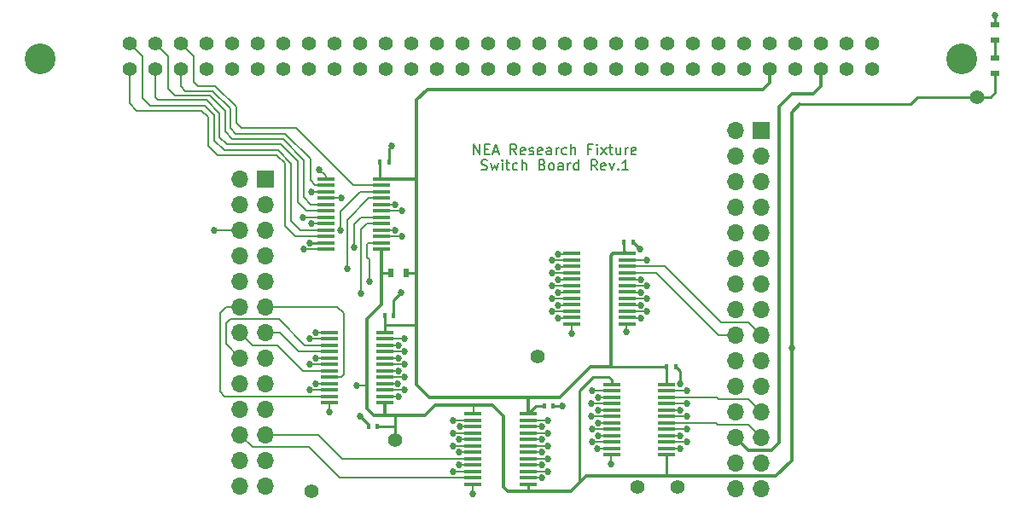
<source format=gtl>
G04 #@! TF.FileFunction,Copper,L1,Top,Signal*
%FSLAX46Y46*%
G04 Gerber Fmt 4.6, Leading zero omitted, Abs format (unit mm)*
G04 Created by KiCad (PCBNEW 4.0.1-stable) date 2/9/2017 10:22:45 PM*
%MOMM*%
G01*
G04 APERTURE LIST*
%ADD10C,0.100000*%
%ADD11C,0.127000*%
%ADD12R,1.651000X0.381000*%
%ADD13C,1.397000*%
%ADD14C,3.048000*%
%ADD15R,0.400000X0.600000*%
%ADD16R,1.700000X1.700000*%
%ADD17O,1.700000X1.700000*%
%ADD18R,0.900000X0.500000*%
%ADD19R,0.500000X0.900000*%
%ADD20C,0.685800*%
%ADD21C,0.254000*%
%ADD22C,0.203200*%
%ADD23C,0.304800*%
G04 APERTURE END LIST*
D10*
D11*
X-2633281Y15199481D02*
X-2633281Y16215481D01*
X-2051909Y15199481D01*
X-2051909Y16215481D01*
X-1567433Y15731671D02*
X-1228300Y15731671D01*
X-1082957Y15199481D02*
X-1567433Y15199481D01*
X-1567433Y16215481D01*
X-1082957Y16215481D01*
X-695376Y15489767D02*
X-210899Y15489767D01*
X-792271Y15199481D02*
X-453137Y16215481D01*
X-114004Y15199481D01*
X1581663Y15199481D02*
X1242529Y15683290D01*
X1000291Y15199481D02*
X1000291Y16215481D01*
X1387872Y16215481D01*
X1484767Y16167100D01*
X1533215Y16118719D01*
X1581663Y16021957D01*
X1581663Y15876814D01*
X1533215Y15780052D01*
X1484767Y15731671D01*
X1387872Y15683290D01*
X1000291Y15683290D01*
X2405272Y15247862D02*
X2308377Y15199481D01*
X2114586Y15199481D01*
X2017691Y15247862D01*
X1969243Y15344624D01*
X1969243Y15731671D01*
X2017691Y15828433D01*
X2114586Y15876814D01*
X2308377Y15876814D01*
X2405272Y15828433D01*
X2453720Y15731671D01*
X2453720Y15634910D01*
X1969243Y15538148D01*
X2841300Y15247862D02*
X2938196Y15199481D01*
X3131986Y15199481D01*
X3228881Y15247862D01*
X3277329Y15344624D01*
X3277329Y15393005D01*
X3228881Y15489767D01*
X3131986Y15538148D01*
X2986643Y15538148D01*
X2889748Y15586529D01*
X2841300Y15683290D01*
X2841300Y15731671D01*
X2889748Y15828433D01*
X2986643Y15876814D01*
X3131986Y15876814D01*
X3228881Y15828433D01*
X4100939Y15247862D02*
X4004044Y15199481D01*
X3810253Y15199481D01*
X3713358Y15247862D01*
X3664910Y15344624D01*
X3664910Y15731671D01*
X3713358Y15828433D01*
X3810253Y15876814D01*
X4004044Y15876814D01*
X4100939Y15828433D01*
X4149387Y15731671D01*
X4149387Y15634910D01*
X3664910Y15538148D01*
X5021444Y15199481D02*
X5021444Y15731671D01*
X4972996Y15828433D01*
X4876101Y15876814D01*
X4682310Y15876814D01*
X4585415Y15828433D01*
X5021444Y15247862D02*
X4924548Y15199481D01*
X4682310Y15199481D01*
X4585415Y15247862D01*
X4536967Y15344624D01*
X4536967Y15441386D01*
X4585415Y15538148D01*
X4682310Y15586529D01*
X4924548Y15586529D01*
X5021444Y15634910D01*
X5505920Y15199481D02*
X5505920Y15876814D01*
X5505920Y15683290D02*
X5554368Y15780052D01*
X5602815Y15828433D01*
X5699711Y15876814D01*
X5796606Y15876814D01*
X6571768Y15247862D02*
X6474872Y15199481D01*
X6281082Y15199481D01*
X6184187Y15247862D01*
X6135739Y15296243D01*
X6087291Y15393005D01*
X6087291Y15683290D01*
X6135739Y15780052D01*
X6184187Y15828433D01*
X6281082Y15876814D01*
X6474872Y15876814D01*
X6571768Y15828433D01*
X7007796Y15199481D02*
X7007796Y16215481D01*
X7443825Y15199481D02*
X7443825Y15731671D01*
X7395377Y15828433D01*
X7298482Y15876814D01*
X7153139Y15876814D01*
X7056244Y15828433D01*
X7007796Y15780052D01*
X9042596Y15731671D02*
X8703463Y15731671D01*
X8703463Y15199481D02*
X8703463Y16215481D01*
X9187939Y16215481D01*
X9575520Y15199481D02*
X9575520Y15876814D01*
X9575520Y16215481D02*
X9527072Y16167100D01*
X9575520Y16118719D01*
X9623968Y16167100D01*
X9575520Y16215481D01*
X9575520Y16118719D01*
X9963101Y15199481D02*
X10496025Y15876814D01*
X9963101Y15876814D02*
X10496025Y15199481D01*
X10738263Y15876814D02*
X11125844Y15876814D01*
X10883606Y16215481D02*
X10883606Y15344624D01*
X10932054Y15247862D01*
X11028949Y15199481D01*
X11125844Y15199481D01*
X11901006Y15876814D02*
X11901006Y15199481D01*
X11464977Y15876814D02*
X11464977Y15344624D01*
X11513425Y15247862D01*
X11610320Y15199481D01*
X11755663Y15199481D01*
X11852558Y15247862D01*
X11901006Y15296243D01*
X12385482Y15199481D02*
X12385482Y15876814D01*
X12385482Y15683290D02*
X12433930Y15780052D01*
X12482377Y15828433D01*
X12579273Y15876814D01*
X12676168Y15876814D01*
X13402882Y15247862D02*
X13305987Y15199481D01*
X13112196Y15199481D01*
X13015301Y15247862D01*
X12966853Y15344624D01*
X12966853Y15731671D01*
X13015301Y15828433D01*
X13112196Y15876814D01*
X13305987Y15876814D01*
X13402882Y15828433D01*
X13451330Y15731671D01*
X13451330Y15634910D01*
X12966853Y15538148D01*
X-1906567Y13698462D02*
X-1761224Y13650081D01*
X-1518986Y13650081D01*
X-1422090Y13698462D01*
X-1373643Y13746843D01*
X-1325195Y13843605D01*
X-1325195Y13940367D01*
X-1373643Y14037129D01*
X-1422090Y14085510D01*
X-1518986Y14133890D01*
X-1712776Y14182271D01*
X-1809671Y14230652D01*
X-1858119Y14279033D01*
X-1906567Y14375795D01*
X-1906567Y14472557D01*
X-1858119Y14569319D01*
X-1809671Y14617700D01*
X-1712776Y14666081D01*
X-1470538Y14666081D01*
X-1325195Y14617700D01*
X-986062Y14327414D02*
X-792272Y13650081D01*
X-598481Y14133890D01*
X-404691Y13650081D01*
X-210900Y14327414D01*
X176681Y13650081D02*
X176681Y14327414D01*
X176681Y14666081D02*
X128233Y14617700D01*
X176681Y14569319D01*
X225129Y14617700D01*
X176681Y14666081D01*
X176681Y14569319D01*
X515814Y14327414D02*
X903395Y14327414D01*
X661157Y14666081D02*
X661157Y13795224D01*
X709605Y13698462D01*
X806500Y13650081D01*
X903395Y13650081D01*
X1678557Y13698462D02*
X1581661Y13650081D01*
X1387871Y13650081D01*
X1290976Y13698462D01*
X1242528Y13746843D01*
X1194080Y13843605D01*
X1194080Y14133890D01*
X1242528Y14230652D01*
X1290976Y14279033D01*
X1387871Y14327414D01*
X1581661Y14327414D01*
X1678557Y14279033D01*
X2114585Y13650081D02*
X2114585Y14666081D01*
X2550614Y13650081D02*
X2550614Y14182271D01*
X2502166Y14279033D01*
X2405271Y14327414D01*
X2259928Y14327414D01*
X2163033Y14279033D01*
X2114585Y14230652D01*
X4149385Y14182271D02*
X4294728Y14133890D01*
X4343176Y14085510D01*
X4391624Y13988748D01*
X4391624Y13843605D01*
X4343176Y13746843D01*
X4294728Y13698462D01*
X4197833Y13650081D01*
X3810252Y13650081D01*
X3810252Y14666081D01*
X4149385Y14666081D01*
X4246281Y14617700D01*
X4294728Y14569319D01*
X4343176Y14472557D01*
X4343176Y14375795D01*
X4294728Y14279033D01*
X4246281Y14230652D01*
X4149385Y14182271D01*
X3810252Y14182271D01*
X4972995Y13650081D02*
X4876100Y13698462D01*
X4827652Y13746843D01*
X4779204Y13843605D01*
X4779204Y14133890D01*
X4827652Y14230652D01*
X4876100Y14279033D01*
X4972995Y14327414D01*
X5118338Y14327414D01*
X5215233Y14279033D01*
X5263681Y14230652D01*
X5312128Y14133890D01*
X5312128Y13843605D01*
X5263681Y13746843D01*
X5215233Y13698462D01*
X5118338Y13650081D01*
X4972995Y13650081D01*
X6184186Y13650081D02*
X6184186Y14182271D01*
X6135738Y14279033D01*
X6038843Y14327414D01*
X5845052Y14327414D01*
X5748157Y14279033D01*
X6184186Y13698462D02*
X6087290Y13650081D01*
X5845052Y13650081D01*
X5748157Y13698462D01*
X5699709Y13795224D01*
X5699709Y13891986D01*
X5748157Y13988748D01*
X5845052Y14037129D01*
X6087290Y14037129D01*
X6184186Y14085510D01*
X6668662Y13650081D02*
X6668662Y14327414D01*
X6668662Y14133890D02*
X6717110Y14230652D01*
X6765557Y14279033D01*
X6862453Y14327414D01*
X6959348Y14327414D01*
X7734510Y13650081D02*
X7734510Y14666081D01*
X7734510Y13698462D02*
X7637614Y13650081D01*
X7443824Y13650081D01*
X7346929Y13698462D01*
X7298481Y13746843D01*
X7250033Y13843605D01*
X7250033Y14133890D01*
X7298481Y14230652D01*
X7346929Y14279033D01*
X7443824Y14327414D01*
X7637614Y14327414D01*
X7734510Y14279033D01*
X9575520Y13650081D02*
X9236386Y14133890D01*
X8994148Y13650081D02*
X8994148Y14666081D01*
X9381729Y14666081D01*
X9478624Y14617700D01*
X9527072Y14569319D01*
X9575520Y14472557D01*
X9575520Y14327414D01*
X9527072Y14230652D01*
X9478624Y14182271D01*
X9381729Y14133890D01*
X8994148Y14133890D01*
X10399129Y13698462D02*
X10302234Y13650081D01*
X10108443Y13650081D01*
X10011548Y13698462D01*
X9963100Y13795224D01*
X9963100Y14182271D01*
X10011548Y14279033D01*
X10108443Y14327414D01*
X10302234Y14327414D01*
X10399129Y14279033D01*
X10447577Y14182271D01*
X10447577Y14085510D01*
X9963100Y13988748D01*
X10786710Y14327414D02*
X11028948Y13650081D01*
X11271186Y14327414D01*
X11658767Y13746843D02*
X11707215Y13698462D01*
X11658767Y13650081D01*
X11610319Y13698462D01*
X11658767Y13746843D01*
X11658767Y13650081D01*
X12676167Y13650081D02*
X12094795Y13650081D01*
X12385481Y13650081D02*
X12385481Y14666081D01*
X12288586Y14520938D01*
X12191691Y14424176D01*
X12094795Y14375795D01*
D12*
X-17297400Y12801600D03*
X-17297400Y12166600D03*
X-17297400Y11531600D03*
X-17297400Y10896600D03*
X-17297400Y10261600D03*
X-17297400Y9626600D03*
X-17297400Y8991600D03*
X-17297400Y8356600D03*
X-17297400Y7721600D03*
X-17297400Y7086600D03*
X-17297400Y6451600D03*
X-17297400Y5816600D03*
X-11836400Y5816600D03*
X-11836400Y6451600D03*
X-11836400Y7086600D03*
X-11836400Y7721600D03*
X-11836400Y8356600D03*
X-11836400Y8991600D03*
X-11836400Y9626600D03*
X-11836400Y10261600D03*
X-11836400Y10896600D03*
X-11836400Y11531600D03*
X-11836400Y12166600D03*
X-11836400Y12801600D03*
D13*
X-36830000Y23704600D03*
X-36830000Y26244600D03*
X-34290000Y23704600D03*
X-34290000Y26244600D03*
X-31750000Y23704600D03*
X-31750000Y26244600D03*
X-29210000Y23704600D03*
X-29210000Y26244600D03*
X-26670000Y23704600D03*
X-26670000Y26244600D03*
X-24130000Y23704600D03*
X-24130000Y26244600D03*
X-21590000Y23704600D03*
X-21590000Y26244600D03*
X-19050000Y23704600D03*
X-19050000Y26244600D03*
X-16510000Y23704600D03*
X-16510000Y26244600D03*
X-13970000Y23704600D03*
X-13970000Y26244600D03*
X-11430000Y23704600D03*
X-11430000Y26244600D03*
X-8890000Y23704600D03*
X-8890000Y26244600D03*
X-6350000Y23704600D03*
X-6350000Y26244600D03*
X-3810000Y23704600D03*
X-3810000Y26244600D03*
X-1270000Y23704600D03*
X-1270000Y26244600D03*
X1270000Y23704600D03*
X1270000Y26244600D03*
X3810000Y23704600D03*
X3810000Y26244600D03*
X6350000Y23704600D03*
X6350000Y26244600D03*
X8890000Y23704600D03*
X8890000Y26244600D03*
X11430000Y23704600D03*
X11430000Y26244600D03*
X13970000Y23704600D03*
X13970000Y26244600D03*
X16510000Y23704600D03*
X16510000Y26244600D03*
X19050000Y23704600D03*
X19050000Y26244600D03*
X21590000Y23704600D03*
X21590000Y26244600D03*
X24130000Y23704600D03*
X24130000Y26244600D03*
X26670000Y23704600D03*
X26670000Y26244600D03*
X29210000Y23704600D03*
X29210000Y26244600D03*
X31750000Y23704600D03*
X31750000Y26244600D03*
X34290000Y23704600D03*
X34290000Y26244600D03*
X36830000Y23704600D03*
X36830000Y26244600D03*
D14*
X45720000Y24720600D03*
X-45720000Y24720600D03*
D12*
X-16982440Y-2448560D03*
X-16982440Y-3083560D03*
X-16982440Y-3718560D03*
X-16982440Y-4353560D03*
X-16982440Y-4988560D03*
X-16982440Y-5623560D03*
X-16982440Y-6258560D03*
X-16982440Y-6893560D03*
X-16982440Y-7528560D03*
X-16982440Y-8163560D03*
X-16982440Y-8798560D03*
X-16982440Y-9433560D03*
X-11521440Y-9433560D03*
X-11521440Y-8798560D03*
X-11521440Y-8163560D03*
X-11521440Y-7528560D03*
X-11521440Y-6893560D03*
X-11521440Y-6258560D03*
X-11521440Y-5623560D03*
X-11521440Y-4988560D03*
X-11521440Y-4353560D03*
X-11521440Y-3718560D03*
X-11521440Y-3083560D03*
X-11521440Y-2448560D03*
X-2743200Y-10530840D03*
X-2743200Y-11165840D03*
X-2743200Y-11800840D03*
X-2743200Y-12435840D03*
X-2743200Y-13070840D03*
X-2743200Y-13705840D03*
X-2743200Y-14340840D03*
X-2743200Y-14975840D03*
X-2743200Y-15610840D03*
X-2743200Y-16245840D03*
X-2743200Y-16880840D03*
X-2743200Y-17515840D03*
X2717800Y-17515840D03*
X2717800Y-16880840D03*
X2717800Y-16245840D03*
X2717800Y-15610840D03*
X2717800Y-14975840D03*
X2717800Y-14340840D03*
X2717800Y-13705840D03*
X2717800Y-13070840D03*
X2717800Y-12435840D03*
X2717800Y-11800840D03*
X2717800Y-11165840D03*
X2717800Y-10530840D03*
X7071360Y5354320D03*
X7071360Y4719320D03*
X7071360Y4084320D03*
X7071360Y3449320D03*
X7071360Y2814320D03*
X7071360Y2179320D03*
X7071360Y1544320D03*
X7071360Y909320D03*
X7071360Y274320D03*
X7071360Y-360680D03*
X7071360Y-995680D03*
X7071360Y-1630680D03*
X12532360Y-1630680D03*
X12532360Y-995680D03*
X12532360Y-360680D03*
X12532360Y274320D03*
X12532360Y909320D03*
X12532360Y1544320D03*
X12532360Y2179320D03*
X12532360Y2814320D03*
X12532360Y3449320D03*
X12532360Y4084320D03*
X12532360Y4719320D03*
X12532360Y5354320D03*
X11008360Y-7630160D03*
X11008360Y-8265160D03*
X11008360Y-8900160D03*
X11008360Y-9535160D03*
X11008360Y-10170160D03*
X11008360Y-10805160D03*
X11008360Y-11440160D03*
X11008360Y-12075160D03*
X11008360Y-12710160D03*
X11008360Y-13345160D03*
X11008360Y-13980160D03*
X11008360Y-14615160D03*
X16469360Y-14615160D03*
X16469360Y-13980160D03*
X16469360Y-13345160D03*
X16469360Y-12710160D03*
X16469360Y-12075160D03*
X16469360Y-11440160D03*
X16469360Y-10805160D03*
X16469360Y-10170160D03*
X16469360Y-9535160D03*
X16469360Y-8900160D03*
X16469360Y-8265160D03*
X16469360Y-7630160D03*
D15*
X-11981600Y14452600D03*
X-11081600Y14452600D03*
X-11499000Y-787400D03*
X-10599000Y-787400D03*
X4325200Y-9753600D03*
X5225200Y-9753600D03*
X12224600Y6502400D03*
X13124600Y6502400D03*
X16466400Y-5842000D03*
X17366400Y-5842000D03*
D16*
X25875000Y17600000D03*
D17*
X23335000Y17600000D03*
X25875000Y15060000D03*
X23335000Y15060000D03*
X25875000Y12520000D03*
X23335000Y12520000D03*
X25875000Y9980000D03*
X23335000Y9980000D03*
X25875000Y7440000D03*
X23335000Y7440000D03*
X25875000Y4900000D03*
X23335000Y4900000D03*
X25875000Y2360000D03*
X23335000Y2360000D03*
X25875000Y-180000D03*
X23335000Y-180000D03*
X25875000Y-2720000D03*
X23335000Y-2720000D03*
X25875000Y-5260000D03*
X23335000Y-5260000D03*
X25875000Y-7800000D03*
X23335000Y-7800000D03*
X25875000Y-10340000D03*
X23335000Y-10340000D03*
X25875000Y-12880000D03*
X23335000Y-12880000D03*
X25875000Y-15420000D03*
X23335000Y-15420000D03*
X25875000Y-17960000D03*
X23335000Y-17960000D03*
D16*
X-23325000Y12800000D03*
D17*
X-25865000Y12800000D03*
X-23325000Y10260000D03*
X-25865000Y10260000D03*
X-23325000Y7720000D03*
X-25865000Y7720000D03*
X-23325000Y5180000D03*
X-25865000Y5180000D03*
X-23325000Y2640000D03*
X-25865000Y2640000D03*
X-23325000Y100000D03*
X-25865000Y100000D03*
X-23325000Y-2440000D03*
X-25865000Y-2440000D03*
X-23325000Y-4980000D03*
X-25865000Y-4980000D03*
X-23325000Y-7520000D03*
X-25865000Y-7520000D03*
X-23325000Y-10060000D03*
X-25865000Y-10060000D03*
X-23325000Y-12600000D03*
X-25865000Y-12600000D03*
X-23325000Y-15140000D03*
X-25865000Y-15140000D03*
X-23325000Y-17680000D03*
X-25865000Y-17680000D03*
D15*
X-12199200Y-11785600D03*
X-13099200Y-11785600D03*
D13*
X13589000Y-17805400D03*
X17526000Y-17780000D03*
X-10490200Y-13131800D03*
X-18796000Y-18186400D03*
X3708400Y-4826000D03*
X47294800Y20929600D03*
D18*
X49072800Y24778400D03*
X49072800Y23278400D03*
D19*
X-9359200Y3454400D03*
X-10859200Y3454400D03*
D18*
X49072800Y28080400D03*
X49072800Y26580400D03*
D20*
X-18897600Y6451600D03*
X-18796000Y8356600D03*
X-19583400Y8991600D03*
X-15798800Y10896600D03*
X-18745200Y11531600D03*
X-28371800Y7721600D03*
X-15900400Y7721600D03*
X18455640Y-9540240D03*
X-13919200Y-10769600D03*
X17830800Y-7594600D03*
X13868400Y5791200D03*
X6121400Y-9753600D03*
X-9855200Y1473200D03*
X-10795000Y16103600D03*
X7051040Y-2575560D03*
X10993120Y-15549880D03*
X-2763520Y-18445480D03*
X-19502120Y5821680D03*
X-17002760Y-10358120D03*
X-15240000Y3911600D03*
X-14554200Y5994400D03*
X-13843000Y1397000D03*
X-13030200Y2641600D03*
X-10129520Y-3713480D03*
X-9540240Y-4348480D03*
X-10144760Y-6253480D03*
X-9540240Y-6888480D03*
X-10165080Y-8798560D03*
X-4104640Y-14330680D03*
X-4709160Y-12440920D03*
X-4069080Y-11800840D03*
X4074160Y-16885920D03*
X4699000Y-14975840D03*
X4094480Y-14340840D03*
X4699000Y-12435840D03*
X4109720Y-11800840D03*
X5694680Y-1010920D03*
X5120640Y899160D03*
X5709920Y1539240D03*
X5105400Y3429000D03*
X5745480Y4069080D03*
X13888720Y-1016000D03*
X14513560Y894080D03*
X13909040Y1529080D03*
X9687560Y-8905240D03*
X9047480Y-9545320D03*
X9652000Y-11435080D03*
X9062720Y-12075160D03*
X9636760Y-13985240D03*
X18455640Y-12080240D03*
X17830800Y-13990320D03*
X-10505440Y10261600D03*
X-9809480Y9621520D03*
X-10444480Y7721600D03*
X-9779000Y7086600D03*
X-18933160Y-8158480D03*
X-18338800Y-7518400D03*
X-18968720Y-5618480D03*
X-18343880Y-4988560D03*
X-18928080Y-3078480D03*
X-9540240Y-3083560D03*
X-10165080Y-4978400D03*
X-9519920Y-5618480D03*
X-10175240Y-7518400D03*
X-9530080Y-8158480D03*
X-4693920Y-16245840D03*
X-4099560Y-15605760D03*
X-4729480Y-13705840D03*
X-4104640Y-13075920D03*
X-4688840Y-11165840D03*
X4709160Y-16245840D03*
X4064000Y-15605760D03*
X4719320Y-13705840D03*
X4074160Y-13065760D03*
X4699000Y-11170920D03*
X5120640Y-375920D03*
X5715000Y264160D03*
X5085080Y2164080D03*
X5709920Y2794000D03*
X5125720Y4704080D03*
X14523720Y-375920D03*
X13878560Y264160D03*
X14533880Y2164080D03*
X13888720Y2804160D03*
X14513560Y4699000D03*
X9067800Y-8270240D03*
X9652000Y-10180320D03*
X9027160Y-10810240D03*
X9657080Y-12710160D03*
X9062720Y-13350240D03*
X18455640Y-8275320D03*
X17830800Y-10170160D03*
X18475960Y-10810240D03*
X17820640Y-12710160D03*
X18465800Y-13350240D03*
X49072800Y28981400D03*
X5740400Y5339080D03*
X-14310360Y-7691120D03*
X-18313400Y-2443480D03*
X-17957800Y13726160D03*
X12512040Y-2367280D03*
X28874720Y-3992880D03*
D21*
X-17297400Y6451600D02*
X-18897600Y6451600D01*
D22*
X-18796000Y8356600D02*
X-17297400Y8356600D01*
X-19583400Y8991600D02*
X-17297400Y8991600D01*
X-15798800Y10896600D02*
X-17297400Y10896600D01*
X-25865000Y7720000D02*
X-28370200Y7720000D01*
X-18745200Y11531600D02*
X-17297400Y11531600D01*
X-28370200Y7720000D02*
X-28371800Y7721600D01*
X-11836400Y11531600D02*
X-13919200Y11531600D01*
X-15900400Y9550400D02*
X-15900400Y7721600D01*
X-13919200Y11531600D02*
X-15900400Y9550400D01*
X18455640Y-9540240D02*
X16459200Y-9540240D01*
D21*
X-13099200Y-11785600D02*
X-13099200Y-11589600D01*
X-13099200Y-11589600D02*
X-13919200Y-10769600D01*
X17366400Y-5842000D02*
X17830800Y-6306400D01*
X17830800Y-6306400D02*
X17830800Y-7594600D01*
X13124600Y6502400D02*
X13157200Y6502400D01*
X13157200Y6502400D02*
X13868400Y5791200D01*
X5225200Y-9753600D02*
X6121400Y-9753600D01*
X-10599000Y-787400D02*
X-10599000Y729400D01*
X-10599000Y729400D02*
X-9855200Y1473200D01*
X-11081600Y14452600D02*
X-11081600Y15817000D01*
X-11081600Y15817000D02*
X-10795000Y16103600D01*
D22*
X-19497040Y5816600D02*
X-19502120Y5821680D01*
X-17297400Y5816600D02*
X-19497040Y5816600D01*
X10998200Y-14620240D02*
X10998200Y-15544800D01*
X7056120Y-1645920D02*
X7056120Y-2570480D01*
X-16997680Y-9428480D02*
X-16997680Y-10353040D01*
X-2758440Y-17515840D02*
X-2758440Y-18440400D01*
X25875000Y-12880000D02*
X24587560Y-11592560D01*
X21376640Y-11440160D02*
X16469360Y-11440160D01*
X21529040Y-11592560D02*
X21376640Y-11440160D01*
X24587560Y-11592560D02*
X21529040Y-11592560D01*
X-15240000Y3911600D02*
X-15240000Y8737600D01*
X-13081000Y10896600D02*
X-15240000Y8737600D01*
X-13081000Y10896600D02*
X-11836400Y10896600D01*
X-11836400Y8991600D02*
X-13817600Y8991600D01*
X-14554200Y8255000D02*
X-14554200Y5994400D01*
X-13817600Y8991600D02*
X-14554200Y8255000D01*
X-11836400Y8356600D02*
X-13284200Y8356600D01*
X-13843000Y7797800D02*
X-13843000Y1397000D01*
X-13284200Y8356600D02*
X-13843000Y7797800D01*
X-11836400Y6451600D02*
X-13081000Y6451600D01*
X-13030200Y4775200D02*
X-13030200Y2641600D01*
X-13233400Y4978400D02*
X-13030200Y4775200D01*
X-13233400Y6299200D02*
X-13233400Y4978400D01*
X-13081000Y6451600D02*
X-13233400Y6299200D01*
X-16982440Y-8798560D02*
X-27365960Y-8798560D01*
X-27215160Y100000D02*
X-25865000Y100000D01*
X-27823160Y-508000D02*
X-27215160Y100000D01*
X-27823160Y-8341360D02*
X-27823160Y-508000D01*
X-27365960Y-8798560D02*
X-27823160Y-8341360D01*
X-23325000Y100000D02*
X-16198520Y100000D01*
X-15778480Y-6893560D02*
X-16982440Y-6893560D01*
X-15524480Y-6639560D02*
X-15778480Y-6893560D01*
X-15524480Y-574040D02*
X-15524480Y-6639560D01*
X-16198520Y100000D02*
X-15524480Y-574040D01*
X-25865000Y-2440000D02*
X-24581360Y-3723640D01*
X-19573240Y-6258560D02*
X-16982440Y-6258560D01*
X-22108160Y-3723640D02*
X-19573240Y-6258560D01*
X-24581360Y-3723640D02*
X-22108160Y-3723640D01*
X-23325000Y-2440000D02*
X-21913520Y-2440000D01*
X-19999960Y-4353560D02*
X-16982440Y-4353560D01*
X-21913520Y-2440000D02*
X-19999960Y-4353560D01*
X-25865000Y-4980000D02*
X-27269440Y-3575560D01*
X-19441160Y-3718560D02*
X-16982440Y-3718560D01*
X-22001480Y-1158240D02*
X-19441160Y-3718560D01*
X-26842720Y-1158240D02*
X-22001480Y-1158240D01*
X-27269440Y-1584960D02*
X-26842720Y-1158240D01*
X-27269440Y-3575560D02*
X-27269440Y-1584960D01*
X-11536680Y-3713480D02*
X-10129520Y-3713480D01*
X-9540240Y-4348480D02*
X-11536680Y-4348480D01*
X-10144760Y-6253480D02*
X-11536680Y-6253480D01*
X-9540240Y-6888480D02*
X-11536680Y-6888480D01*
X-10170160Y-8793480D02*
X-11536680Y-8793480D01*
X-10170160Y-8793480D02*
X-10165080Y-8798560D01*
X-25865000Y-12600000D02*
X-24611840Y-13853160D01*
X-15956280Y-16880840D02*
X-2743200Y-16880840D01*
X-18983960Y-13853160D02*
X-15956280Y-16880840D01*
X-24611840Y-13853160D02*
X-18983960Y-13853160D01*
X-15687040Y-14975840D02*
X-2743200Y-14975840D01*
X-23325000Y-12600000D02*
X-18062880Y-12600000D01*
X-18062880Y-12600000D02*
X-15687040Y-14975840D01*
X-4094480Y-14340840D02*
X-4104640Y-14330680D01*
X-4094480Y-14340840D02*
X-2758440Y-14340840D01*
X-2758440Y-12435840D02*
X-4704080Y-12435840D01*
X-4704080Y-12435840D02*
X-4709160Y-12440920D01*
X-2758440Y-11800840D02*
X-4069080Y-11800840D01*
X4069080Y-16880840D02*
X4074160Y-16885920D01*
X4069080Y-16880840D02*
X2702560Y-16880840D01*
X4699000Y-14975840D02*
X2702560Y-14975840D01*
X4094480Y-14340840D02*
X2702560Y-14340840D01*
X2702560Y-12435840D02*
X4699000Y-12435840D01*
X2702560Y-11800840D02*
X4109720Y-11800840D01*
X7056120Y-1010920D02*
X5694680Y-1010920D01*
X7056120Y894080D02*
X5125720Y894080D01*
X5125720Y894080D02*
X5120640Y899160D01*
X7056120Y1529080D02*
X5720080Y1529080D01*
X5720080Y1529080D02*
X5709920Y1539240D01*
X5110480Y3434080D02*
X5105400Y3429000D01*
X7056120Y3434080D02*
X5110480Y3434080D01*
X7056120Y4069080D02*
X5745480Y4069080D01*
X13883640Y-1010920D02*
X13888720Y-1016000D01*
X12517120Y-1010920D02*
X13883640Y-1010920D01*
X14513560Y894080D02*
X12517120Y894080D01*
X13909040Y1529080D02*
X12517120Y1529080D01*
X23335000Y-2720000D02*
X21612520Y-2720000D01*
X21612520Y-2720000D02*
X15443200Y3449320D01*
X15443200Y3449320D02*
X12532360Y3449320D01*
X25875000Y-2720000D02*
X24618040Y-1463040D01*
X16322040Y4084320D02*
X12532360Y4084320D01*
X21869400Y-1463040D02*
X16322040Y4084320D01*
X24618040Y-1463040D02*
X21869400Y-1463040D01*
X10998200Y-8905240D02*
X9687560Y-8905240D01*
X10998200Y-9540240D02*
X9052560Y-9540240D01*
X9052560Y-9540240D02*
X9047480Y-9545320D01*
X9662160Y-11445240D02*
X9652000Y-11435080D01*
X9662160Y-11445240D02*
X10998200Y-11445240D01*
X9067800Y-12080240D02*
X9062720Y-12075160D01*
X9067800Y-12080240D02*
X10998200Y-12080240D01*
X9636760Y-13985240D02*
X10998200Y-13985240D01*
X25875000Y-10340000D02*
X24577400Y-9042400D01*
X21452840Y-8905240D02*
X16474440Y-8905240D01*
X21590000Y-9042400D02*
X21452840Y-8905240D01*
X24577400Y-9042400D02*
X21590000Y-9042400D01*
X16474440Y-8905240D02*
X16469360Y-8900160D01*
X18455640Y-12080240D02*
X16459200Y-12080240D01*
X17825720Y-13985240D02*
X17830800Y-13990320D01*
X17825720Y-13985240D02*
X16459200Y-13985240D01*
D23*
X23335000Y-12880000D02*
X24582480Y-14127480D01*
X31750000Y22026880D02*
X31750000Y23704600D01*
X30982920Y21259800D02*
X31750000Y22026880D01*
X28925520Y21259800D02*
X30982920Y21259800D01*
X27604720Y19939000D02*
X28925520Y21259800D01*
X27604720Y-13406120D02*
X27604720Y19939000D01*
X26883360Y-14127480D02*
X27604720Y-13406120D01*
X24582480Y-14127480D02*
X26883360Y-14127480D01*
D22*
X-36103560Y19568160D02*
X-36830000Y20294600D01*
X-22194520Y15133320D02*
X-28092400Y15133320D01*
X-28092400Y15133320D02*
X-29037280Y16078200D01*
X-29037280Y16078200D02*
X-29037280Y18933160D01*
X-29037280Y18933160D02*
X-29672280Y19568160D01*
X-29672280Y19568160D02*
X-36103560Y19568160D01*
X-21412200Y8128000D02*
X-21412200Y14351000D01*
X-20370800Y7086600D02*
X-21412200Y8128000D01*
X-17297400Y7086600D02*
X-20370800Y7086600D01*
X-36830000Y20294600D02*
X-36830000Y23704600D01*
X-21412200Y14351000D02*
X-22194520Y15133320D01*
X-20751800Y14325600D02*
X-22042120Y15615920D01*
X-34798000Y20066000D02*
X-35534600Y20802600D01*
X-35534600Y20802600D02*
X-35534600Y24949200D01*
X-36830000Y26244600D02*
X-35534600Y24949200D01*
X-19888200Y7721600D02*
X-17297400Y7721600D01*
X-20751800Y8585200D02*
X-20751800Y14325600D01*
X-19888200Y7721600D02*
X-20751800Y8585200D01*
X-29382720Y20066000D02*
X-34798000Y20066000D01*
X-28392120Y19075400D02*
X-29382720Y20066000D01*
X-28392120Y16576040D02*
X-28392120Y19075400D01*
X-27432000Y15615920D02*
X-28392120Y16576040D01*
X-22042120Y15615920D02*
X-27432000Y15615920D01*
X-20116800Y14554200D02*
X-21772880Y16210280D01*
X-33985200Y20599400D02*
X-34290000Y20904200D01*
X-34290000Y23704600D02*
X-34290000Y20904200D01*
X-19227800Y9626600D02*
X-17297400Y9626600D01*
X-20116800Y10515600D02*
X-20116800Y14554200D01*
X-19227800Y9626600D02*
X-20116800Y10515600D01*
X-29215080Y20599400D02*
X-33985200Y20599400D01*
X-27884120Y19268440D02*
X-29215080Y20599400D01*
X-27884120Y16921480D02*
X-27884120Y19268440D01*
X-27172920Y16210280D02*
X-27884120Y16921480D01*
X-21772880Y16210280D02*
X-27172920Y16210280D01*
X-19507200Y14655800D02*
X-21579840Y16728440D01*
X-32334200Y21031200D02*
X-33020000Y21717000D01*
X-33020000Y21717000D02*
X-33020000Y24974600D01*
X-34290000Y26244600D02*
X-33020000Y24974600D01*
X-18821400Y10261600D02*
X-17297400Y10261600D01*
X-19507200Y10947400D02*
X-19507200Y14655800D01*
X-18821400Y10261600D02*
X-19507200Y10947400D01*
X-28854400Y21031200D02*
X-32334200Y21031200D01*
X-27340560Y19517360D02*
X-28854400Y21031200D01*
X-27340560Y17470120D02*
X-27340560Y19517360D01*
X-26598880Y16728440D02*
X-27340560Y17470120D01*
X-21579840Y16728440D02*
X-26598880Y16728440D01*
X-18887440Y14798040D02*
X-21346160Y17256760D01*
X-31267400Y21513800D02*
X-31750000Y21996400D01*
X-31750000Y23704600D02*
X-31750000Y21996400D01*
X-18389600Y12166600D02*
X-17297400Y12166600D01*
X-18887440Y12664440D02*
X-18887440Y14798040D01*
X-18389600Y12166600D02*
X-18887440Y12664440D01*
X-28559760Y21513800D02*
X-31267400Y21513800D01*
X-26812240Y19766280D02*
X-28559760Y21513800D01*
X-26812240Y17805400D02*
X-26812240Y19766280D01*
X-26263600Y17256760D02*
X-26812240Y17805400D01*
X-21346160Y17256760D02*
X-26263600Y17256760D01*
X-14630400Y12166600D02*
X-20269200Y17805400D01*
X-30048200Y22021800D02*
X-30480000Y22453600D01*
X-30480000Y22453600D02*
X-30480000Y24974600D01*
X-31750000Y26244600D02*
X-30480000Y24974600D01*
X-14630400Y12166600D02*
X-11836400Y12166600D01*
X-28341320Y22021800D02*
X-30048200Y22021800D01*
X-26243280Y19923760D02*
X-28341320Y22021800D01*
X-26243280Y18313400D02*
X-26243280Y19923760D01*
X-25735280Y17805400D02*
X-26243280Y18313400D01*
X-20269200Y17805400D02*
X-25735280Y17805400D01*
X-11836400Y10261600D02*
X-10505440Y10261600D01*
X-29210000Y23622000D02*
X-29210000Y23704600D01*
X-11836400Y9626600D02*
X-9814560Y9626600D01*
X-9814560Y9626600D02*
X-9809480Y9621520D01*
X-11836400Y7721600D02*
X-10444480Y7721600D01*
X-11836400Y7086600D02*
X-9779000Y7086600D01*
X-16997680Y-8158480D02*
X-18933160Y-8158480D01*
X-16997680Y-7523480D02*
X-18333720Y-7523480D01*
X-18333720Y-7523480D02*
X-18338800Y-7518400D01*
X-16997680Y-5618480D02*
X-18968720Y-5618480D01*
X-16997680Y-4983480D02*
X-18338800Y-4983480D01*
X-18338800Y-4983480D02*
X-18343880Y-4988560D01*
X-16997680Y-3078480D02*
X-18928080Y-3078480D01*
X-11536680Y-3078480D02*
X-9545320Y-3078480D01*
X-9545320Y-3078480D02*
X-9540240Y-3083560D01*
X-11536680Y-4983480D02*
X-10170160Y-4983480D01*
X-10170160Y-4983480D02*
X-10165080Y-4978400D01*
X-11536680Y-5618480D02*
X-9519920Y-5618480D01*
X-10180320Y-7523480D02*
X-10175240Y-7518400D01*
X-11536680Y-7523480D02*
X-10180320Y-7523480D01*
X-11536680Y-8158480D02*
X-9530080Y-8158480D01*
X-2758440Y-16245840D02*
X-4693920Y-16245840D01*
X-4094480Y-15610840D02*
X-4099560Y-15605760D01*
X-2758440Y-15610840D02*
X-4094480Y-15610840D01*
X-2758440Y-13705840D02*
X-4729480Y-13705840D01*
X-2758440Y-13070840D02*
X-4099560Y-13070840D01*
X-4099560Y-13070840D02*
X-4104640Y-13075920D01*
X-2758440Y-11165840D02*
X-4688840Y-11165840D01*
X4709160Y-16245840D02*
X2702560Y-16245840D01*
X2702560Y-15610840D02*
X4058920Y-15610840D01*
X4058920Y-15610840D02*
X4064000Y-15605760D01*
X2702560Y-13705840D02*
X4719320Y-13705840D01*
X4069080Y-13070840D02*
X4074160Y-13065760D01*
X2702560Y-13070840D02*
X4069080Y-13070840D01*
X4693920Y-11165840D02*
X4699000Y-11170920D01*
X2702560Y-11165840D02*
X4693920Y-11165840D01*
X7056120Y-375920D02*
X5120640Y-375920D01*
X7056120Y259080D02*
X5720080Y259080D01*
X5720080Y259080D02*
X5715000Y264160D01*
X5085080Y2164080D02*
X7056120Y2164080D01*
X7056120Y2799080D02*
X5715000Y2799080D01*
X5715000Y2799080D02*
X5709920Y2794000D01*
X7056120Y4704080D02*
X5125720Y4704080D01*
X12517120Y-375920D02*
X14523720Y-375920D01*
X13873480Y259080D02*
X13878560Y264160D01*
X12517120Y259080D02*
X13873480Y259080D01*
X12517120Y2164080D02*
X14533880Y2164080D01*
X12517120Y2799080D02*
X13883640Y2799080D01*
X13883640Y2799080D02*
X13888720Y2804160D01*
X12517120Y4704080D02*
X14508480Y4704080D01*
X14508480Y4704080D02*
X14513560Y4699000D01*
X10998200Y-8270240D02*
X9067800Y-8270240D01*
X10998200Y-10175240D02*
X9657080Y-10175240D01*
X9657080Y-10175240D02*
X9652000Y-10180320D01*
X10998200Y-10810240D02*
X9027160Y-10810240D01*
X9662160Y-12715240D02*
X9657080Y-12710160D01*
X10998200Y-12715240D02*
X9662160Y-12715240D01*
X10998200Y-13350240D02*
X9062720Y-13350240D01*
X18450560Y-8270240D02*
X18455640Y-8275320D01*
X16459200Y-8270240D02*
X18450560Y-8270240D01*
X17825720Y-10175240D02*
X17830800Y-10170160D01*
X16459200Y-10175240D02*
X17825720Y-10175240D01*
X16459200Y-10810240D02*
X18475960Y-10810240D01*
X16459200Y-12715240D02*
X17815560Y-12715240D01*
X17815560Y-12715240D02*
X17820640Y-12710160D01*
X16459200Y-13350240D02*
X18465800Y-13350240D01*
D21*
X49072800Y28080400D02*
X49072800Y28981400D01*
X-9359200Y3454400D02*
X-8341360Y3454400D01*
X-8341360Y3454400D02*
X-8331200Y3454400D01*
X-8331200Y3454400D02*
X-8341360Y3454400D01*
X16466400Y-5842000D02*
X10942320Y-5842000D01*
X10942320Y-5842000D02*
X10942320Y-5847080D01*
X16466400Y-5842000D02*
X16466400Y-7627200D01*
X16466400Y-7627200D02*
X16469360Y-7630160D01*
X12224600Y6502400D02*
X12224600Y5662080D01*
X12224600Y5662080D02*
X12532360Y5354320D01*
X4325200Y-9753600D02*
X3495040Y-9753600D01*
X3495040Y-9753600D02*
X2717800Y-10530840D01*
X-11499000Y-1727200D02*
X-8448040Y-1727200D01*
X-8448040Y-1727200D02*
X-8341360Y-1620520D01*
X-11499000Y-787400D02*
X-11499000Y-1727200D01*
X-11499000Y-1727200D02*
X-11499000Y-2426120D01*
X-11499000Y-2426120D02*
X-11521440Y-2448560D01*
X-11981600Y14452600D02*
X-11981600Y12946800D01*
X-11981600Y12946800D02*
X-11836400Y12801600D01*
D23*
X-11836400Y12801600D02*
X-8341360Y12801600D01*
X26670000Y23704600D02*
X26670000Y22341840D01*
X-8341360Y20624800D02*
X-8341360Y12801600D01*
X-8341360Y12801600D02*
X-8341360Y3454400D01*
X-8341360Y3454400D02*
X-8341360Y-1620520D01*
X-7274560Y21691600D02*
X-8341360Y20624800D01*
X26019760Y21691600D02*
X-7274560Y21691600D01*
X26670000Y22341840D02*
X26019760Y21691600D01*
X12532360Y5354320D02*
X11160760Y5354320D01*
X11160760Y5354320D02*
X10942320Y5135880D01*
X10942320Y5135880D02*
X10942320Y-5847080D01*
X2717800Y-10530840D02*
X2717800Y-8900160D01*
X2743200Y-8895080D02*
X2743200Y-8900160D01*
X2722880Y-8895080D02*
X2743200Y-8895080D01*
X2717800Y-8900160D02*
X2722880Y-8895080D01*
X-8341360Y12024360D02*
X-8341360Y-1620520D01*
X-8341360Y-1620520D02*
X-8341360Y-7609840D01*
X-8341360Y-7609840D02*
X-7051040Y-8900160D01*
X-7051040Y-8900160D02*
X2743200Y-8900160D01*
X2743200Y-8900160D02*
X5887720Y-8900160D01*
X8940800Y-5847080D02*
X10942320Y-5847080D01*
X5887720Y-8900160D02*
X8940800Y-5847080D01*
D21*
X47294800Y20929600D02*
X48641000Y20929600D01*
X49072800Y21361400D02*
X49072800Y23278400D01*
X48641000Y20929600D02*
X49072800Y21361400D01*
X-10859200Y3454400D02*
X-11836400Y3454400D01*
X-12199200Y-11785600D02*
X-10490200Y-11785600D01*
X-10490200Y-11785600D02*
X-10617200Y-11785600D01*
X-10617200Y-11785600D02*
X-10490200Y-11785600D01*
X29707840Y20228560D02*
X40650160Y20228560D01*
D23*
X29707840Y20228560D02*
X28874720Y19395440D01*
X28874720Y-3992880D02*
X28874720Y19395440D01*
D21*
X41351200Y20929600D02*
X47294800Y20929600D01*
X40650160Y20228560D02*
X41351200Y20929600D01*
X-10490200Y-13131800D02*
X-10490200Y-11785600D01*
X-10490200Y-11785600D02*
X-10490200Y-10673080D01*
X2717800Y-17515840D02*
X2717800Y-18237200D01*
X2717800Y-18237200D02*
X2722880Y-18237200D01*
X16469360Y-14615160D02*
X16469360Y-16697960D01*
X16469360Y-16697960D02*
X16469360Y-16657320D01*
X16469360Y-16657320D02*
X16469360Y-16697960D01*
D22*
X7056120Y5339080D02*
X5740400Y5339080D01*
D21*
X11008360Y-7630160D02*
X11008360Y-7178040D01*
X7818120Y-8239760D02*
X7818120Y-17373600D01*
X9159240Y-6898640D02*
X7818120Y-8239760D01*
X10728960Y-6898640D02*
X9159240Y-6898640D01*
X11008360Y-7178040D02*
X10728960Y-6898640D01*
D22*
X-2743200Y-10530840D02*
X-2677160Y-10464800D01*
X-2677160Y-10464800D02*
X-2677160Y-9662160D01*
X-13263880Y-7691120D02*
X-13258800Y-7696200D01*
X-14310360Y-7691120D02*
X-13263880Y-7691120D01*
X-16997680Y-2443480D02*
X-18313400Y-2443480D01*
X-17297400Y13065760D02*
X-17297400Y12801600D01*
X-17957800Y13726160D02*
X-17297400Y13065760D01*
D23*
X-11521440Y-9433560D02*
X-11521440Y-10673080D01*
X-11836400Y5816600D02*
X-11836400Y3454400D01*
X-11836400Y3454400D02*
X-11836400Y284480D01*
X-11836400Y284480D02*
X-13258800Y-1137920D01*
X-13258800Y-1137920D02*
X-13258800Y-7696200D01*
X690880Y-18237200D02*
X2722880Y-18237200D01*
X2722880Y-18237200D02*
X6954520Y-18237200D01*
X274320Y-17820640D02*
X690880Y-18237200D01*
X274320Y-10754360D02*
X274320Y-17820640D01*
X-817880Y-9662160D02*
X274320Y-10754360D01*
X-6456680Y-9662160D02*
X-2677160Y-9662160D01*
X-2677160Y-9662160D02*
X-817880Y-9662160D01*
X-7467600Y-10673080D02*
X-6456680Y-9662160D01*
X-12583160Y-10673080D02*
X-11521440Y-10673080D01*
X-13258800Y-7696200D02*
X-13258800Y-9997440D01*
X-13258800Y-9997440D02*
X-12583160Y-10673080D01*
X-11521440Y-10673080D02*
X-10490200Y-10673080D01*
X-10490200Y-10673080D02*
X-7467600Y-10673080D01*
D22*
X12517120Y-1645920D02*
X12517120Y-2362200D01*
X12517120Y-2362200D02*
X12512040Y-2367280D01*
D23*
X27315160Y-16697960D02*
X16469360Y-16697960D01*
X16469360Y-16697960D02*
X8493760Y-16697960D01*
X8493760Y-16697960D02*
X7818120Y-17373600D01*
X7818120Y-17373600D02*
X6954520Y-18237200D01*
X28874720Y-15138400D02*
X27315160Y-16697960D01*
X28874720Y-3992880D02*
X28874720Y-15138400D01*
D21*
X49072800Y26580400D02*
X49072800Y24778400D01*
M02*

</source>
